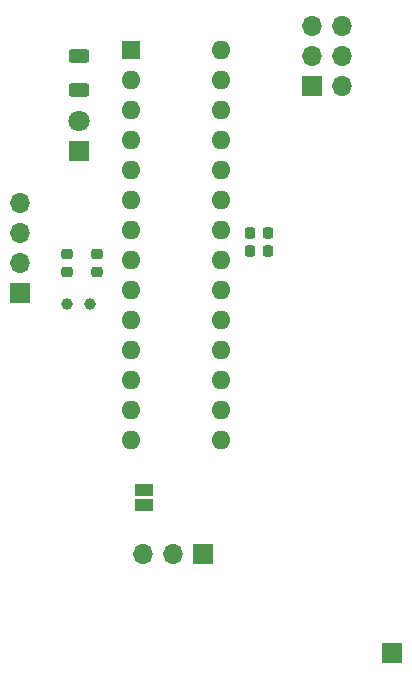
<source format=gts>
%TF.GenerationSoftware,KiCad,Pcbnew,8.0.4*%
%TF.CreationDate,2024-12-21T23:10:03-05:00*%
%TF.ProjectId,Reaction Wheel,52656163-7469-46f6-9e20-576865656c2e,rev?*%
%TF.SameCoordinates,Original*%
%TF.FileFunction,Soldermask,Top*%
%TF.FilePolarity,Negative*%
%FSLAX46Y46*%
G04 Gerber Fmt 4.6, Leading zero omitted, Abs format (unit mm)*
G04 Created by KiCad (PCBNEW 8.0.4) date 2024-12-21 23:10:03*
%MOMM*%
%LPD*%
G01*
G04 APERTURE LIST*
G04 Aperture macros list*
%AMRoundRect*
0 Rectangle with rounded corners*
0 $1 Rounding radius*
0 $2 $3 $4 $5 $6 $7 $8 $9 X,Y pos of 4 corners*
0 Add a 4 corners polygon primitive as box body*
4,1,4,$2,$3,$4,$5,$6,$7,$8,$9,$2,$3,0*
0 Add four circle primitives for the rounded corners*
1,1,$1+$1,$2,$3*
1,1,$1+$1,$4,$5*
1,1,$1+$1,$6,$7*
1,1,$1+$1,$8,$9*
0 Add four rect primitives between the rounded corners*
20,1,$1+$1,$2,$3,$4,$5,0*
20,1,$1+$1,$4,$5,$6,$7,0*
20,1,$1+$1,$6,$7,$8,$9,0*
20,1,$1+$1,$8,$9,$2,$3,0*%
G04 Aperture macros list end*
%ADD10R,1.800000X1.800000*%
%ADD11C,1.800000*%
%ADD12R,1.700000X1.700000*%
%ADD13O,1.700000X1.700000*%
%ADD14RoundRect,0.250000X-0.625000X0.312500X-0.625000X-0.312500X0.625000X-0.312500X0.625000X0.312500X0*%
%ADD15RoundRect,0.225000X0.250000X-0.225000X0.250000X0.225000X-0.250000X0.225000X-0.250000X-0.225000X0*%
%ADD16RoundRect,0.225000X-0.225000X-0.250000X0.225000X-0.250000X0.225000X0.250000X-0.225000X0.250000X0*%
%ADD17R,1.600000X1.600000*%
%ADD18O,1.600000X1.600000*%
%ADD19C,1.000000*%
%ADD20R,1.500000X1.000000*%
G04 APERTURE END LIST*
D10*
%TO.C,D1*%
X55500000Y-63540000D03*
D11*
X55500000Y-61000000D03*
%TD*%
D12*
%TO.C,J3*%
X75210000Y-58025000D03*
D13*
X77750000Y-58025000D03*
X75210000Y-55485000D03*
X77750000Y-55485000D03*
X75210000Y-52945000D03*
X77750000Y-52945000D03*
%TD*%
D14*
%TO.C,R1*%
X55500000Y-55450000D03*
X55500000Y-58375000D03*
%TD*%
D15*
%TO.C,C3*%
X57000000Y-73750000D03*
X57000000Y-72200000D03*
%TD*%
D16*
%TO.C,C2*%
X70000000Y-72000000D03*
X71550000Y-72000000D03*
%TD*%
D12*
%TO.C,J2*%
X50500000Y-75500000D03*
D13*
X50500000Y-72960000D03*
X50500000Y-70420000D03*
X50500000Y-67880000D03*
%TD*%
D15*
%TO.C,C4*%
X54500000Y-73750000D03*
X54500000Y-72200000D03*
%TD*%
D12*
%TO.C,J1*%
X66025000Y-97625000D03*
D13*
X63485000Y-97625000D03*
X60945000Y-97625000D03*
%TD*%
D17*
%TO.C,U2*%
X59880000Y-54960000D03*
D18*
X59880000Y-57500000D03*
X59880000Y-60040000D03*
X59880000Y-62580000D03*
X59880000Y-65120000D03*
X59880000Y-67660000D03*
X59880000Y-70200000D03*
X59880000Y-72740000D03*
X59880000Y-75280000D03*
X59880000Y-77820000D03*
X59880000Y-80360000D03*
X59880000Y-82900000D03*
X59880000Y-85440000D03*
X59880000Y-87980000D03*
X67500000Y-87980000D03*
X67500000Y-85440000D03*
X67500000Y-82900000D03*
X67500000Y-80360000D03*
X67500000Y-77820000D03*
X67500000Y-75280000D03*
X67500000Y-72740000D03*
X67500000Y-70200000D03*
X67500000Y-67660000D03*
X67500000Y-65120000D03*
X67500000Y-62580000D03*
X67500000Y-60040000D03*
X67500000Y-57500000D03*
X67500000Y-54960000D03*
%TD*%
D19*
%TO.C,Y2*%
X54500000Y-76500000D03*
X56400000Y-76500000D03*
%TD*%
D12*
%TO.C,TP1*%
X82000000Y-106000000D03*
%TD*%
D20*
%TO.C,JP1*%
X61000000Y-92200000D03*
X61000000Y-93500000D03*
%TD*%
D16*
%TO.C,C1*%
X70000000Y-70500000D03*
X71550000Y-70500000D03*
%TD*%
M02*

</source>
